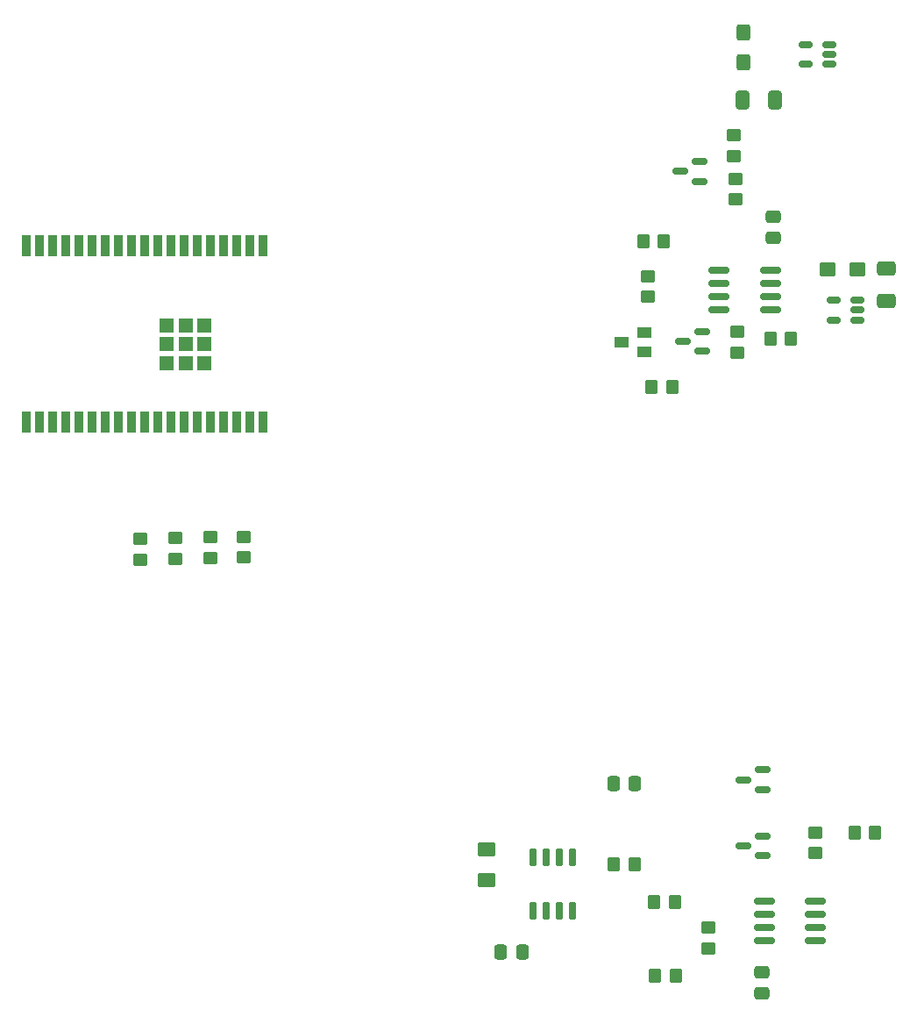
<source format=gbr>
%TF.GenerationSoftware,KiCad,Pcbnew,7.0.9*%
%TF.CreationDate,2023-11-16T02:53:52-05:00*%
%TF.ProjectId,SmartbikeALL,536d6172-7462-4696-9b65-414c4c2e6b69,rev?*%
%TF.SameCoordinates,Original*%
%TF.FileFunction,Paste,Bot*%
%TF.FilePolarity,Positive*%
%FSLAX46Y46*%
G04 Gerber Fmt 4.6, Leading zero omitted, Abs format (unit mm)*
G04 Created by KiCad (PCBNEW 7.0.9) date 2023-11-16 02:53:52*
%MOMM*%
%LPD*%
G01*
G04 APERTURE LIST*
G04 Aperture macros list*
%AMRoundRect*
0 Rectangle with rounded corners*
0 $1 Rounding radius*
0 $2 $3 $4 $5 $6 $7 $8 $9 X,Y pos of 4 corners*
0 Add a 4 corners polygon primitive as box body*
4,1,4,$2,$3,$4,$5,$6,$7,$8,$9,$2,$3,0*
0 Add four circle primitives for the rounded corners*
1,1,$1+$1,$2,$3*
1,1,$1+$1,$4,$5*
1,1,$1+$1,$6,$7*
1,1,$1+$1,$8,$9*
0 Add four rect primitives between the rounded corners*
20,1,$1+$1,$2,$3,$4,$5,0*
20,1,$1+$1,$4,$5,$6,$7,0*
20,1,$1+$1,$6,$7,$8,$9,0*
20,1,$1+$1,$8,$9,$2,$3,0*%
G04 Aperture macros list end*
%ADD10RoundRect,0.150000X0.587500X0.150000X-0.587500X0.150000X-0.587500X-0.150000X0.587500X-0.150000X0*%
%ADD11RoundRect,0.250000X-0.425000X0.537500X-0.425000X-0.537500X0.425000X-0.537500X0.425000X0.537500X0*%
%ADD12RoundRect,0.150000X0.512500X0.150000X-0.512500X0.150000X-0.512500X-0.150000X0.512500X-0.150000X0*%
%ADD13RoundRect,0.150000X-0.150000X0.725000X-0.150000X-0.725000X0.150000X-0.725000X0.150000X0.725000X0*%
%ADD14RoundRect,0.250000X-0.350000X-0.450000X0.350000X-0.450000X0.350000X0.450000X-0.350000X0.450000X0*%
%ADD15RoundRect,0.250000X0.350000X0.450000X-0.350000X0.450000X-0.350000X-0.450000X0.350000X-0.450000X0*%
%ADD16RoundRect,0.250000X0.450000X-0.350000X0.450000X0.350000X-0.450000X0.350000X-0.450000X-0.350000X0*%
%ADD17RoundRect,0.250000X-0.450000X0.350000X-0.450000X-0.350000X0.450000X-0.350000X0.450000X0.350000X0*%
%ADD18RoundRect,0.250000X-0.537500X-0.425000X0.537500X-0.425000X0.537500X0.425000X-0.537500X0.425000X0*%
%ADD19RoundRect,0.250000X-0.475000X0.337500X-0.475000X-0.337500X0.475000X-0.337500X0.475000X0.337500X0*%
%ADD20R,1.400000X1.000000*%
%ADD21RoundRect,0.150000X-0.825000X-0.150000X0.825000X-0.150000X0.825000X0.150000X-0.825000X0.150000X0*%
%ADD22RoundRect,0.250000X-0.337500X-0.475000X0.337500X-0.475000X0.337500X0.475000X-0.337500X0.475000X0*%
%ADD23RoundRect,0.250000X0.412500X0.650000X-0.412500X0.650000X-0.412500X-0.650000X0.412500X-0.650000X0*%
%ADD24R,0.900000X2.000000*%
%ADD25R,1.330000X1.330000*%
%ADD26RoundRect,0.250000X0.337500X0.475000X-0.337500X0.475000X-0.337500X-0.475000X0.337500X-0.475000X0*%
%ADD27RoundRect,0.250001X-0.624999X0.462499X-0.624999X-0.462499X0.624999X-0.462499X0.624999X0.462499X0*%
%ADD28RoundRect,0.150000X0.825000X0.150000X-0.825000X0.150000X-0.825000X-0.150000X0.825000X-0.150000X0*%
%ADD29RoundRect,0.250000X0.650000X-0.412500X0.650000X0.412500X-0.650000X0.412500X-0.650000X-0.412500X0*%
G04 APERTURE END LIST*
D10*
%TO.C,Q4*%
X199873000Y-104430000D03*
X199873000Y-106330000D03*
X197998000Y-105380000D03*
%TD*%
D11*
%TO.C,C5*%
X197997400Y-26883300D03*
X197997400Y-29758300D03*
%TD*%
D12*
%TO.C,U1*%
X206323100Y-28031200D03*
X206323100Y-28981200D03*
X206323100Y-29931200D03*
X204048100Y-29931200D03*
X204048100Y-28031200D03*
%TD*%
D13*
%TO.C,U2*%
X177638000Y-106460000D03*
X178908000Y-106460000D03*
X180178000Y-106460000D03*
X181448000Y-106460000D03*
X181448000Y-111610000D03*
X180178000Y-111610000D03*
X178908000Y-111610000D03*
X177638000Y-111610000D03*
%TD*%
D14*
%TO.C,R6*%
X189388000Y-110770000D03*
X191388000Y-110770000D03*
%TD*%
D15*
%TO.C,R7*%
X190301200Y-47066000D03*
X188301200Y-47066000D03*
%TD*%
D16*
%TO.C,R4*%
X204908000Y-106070000D03*
X204908000Y-104070000D03*
%TD*%
%TO.C,R10*%
X197057600Y-38795000D03*
X197057600Y-36795000D03*
%TD*%
D17*
%TO.C,R7*%
X194588000Y-113270000D03*
X194588000Y-115270000D03*
%TD*%
D18*
%TO.C,C10*%
X206135700Y-49758400D03*
X209010700Y-49758400D03*
%TD*%
D16*
%TO.C,R9*%
X197210000Y-42986000D03*
X197210000Y-40986000D03*
%TD*%
D17*
%TO.C,R7*%
X146476800Y-75580800D03*
X146476800Y-77580800D03*
%TD*%
%TO.C,R8*%
X143124000Y-75682400D03*
X143124000Y-77682400D03*
%TD*%
D14*
%TO.C,R6*%
X189123400Y-61086800D03*
X191123400Y-61086800D03*
%TD*%
D19*
%TO.C,C1*%
X199758000Y-117542500D03*
X199758000Y-119617500D03*
%TD*%
D15*
%TO.C,R5*%
X210718000Y-104070000D03*
X208718000Y-104070000D03*
%TD*%
D20*
%TO.C,Q2*%
X188437200Y-55818800D03*
X188437200Y-57718800D03*
X186237200Y-56768800D03*
%TD*%
D10*
%TO.C,Q3*%
X199828000Y-98040000D03*
X199828000Y-99940000D03*
X197953000Y-98990000D03*
%TD*%
D17*
%TO.C,R9*%
X139720400Y-75733200D03*
X139720400Y-77733200D03*
%TD*%
%TO.C,R5*%
X197438600Y-55768800D03*
X197438600Y-57768800D03*
%TD*%
D21*
%TO.C,U4*%
X195663600Y-53670000D03*
X195663600Y-52400000D03*
X195663600Y-51130000D03*
X195663600Y-49860000D03*
X200613600Y-49860000D03*
X200613600Y-51130000D03*
X200613600Y-52400000D03*
X200613600Y-53670000D03*
%TD*%
D15*
%TO.C,R11*%
X187478000Y-107180000D03*
X185478000Y-107180000D03*
%TD*%
D10*
%TO.C,Q3*%
X193755600Y-39349400D03*
X193755600Y-41249400D03*
X191880600Y-40299400D03*
%TD*%
D22*
%TO.C,C4*%
X185460500Y-99390000D03*
X187535500Y-99390000D03*
%TD*%
D10*
%TO.C,Q1*%
X194058100Y-55742600D03*
X194058100Y-57642600D03*
X192183100Y-56692600D03*
%TD*%
D12*
%TO.C,U3*%
X208964700Y-52720000D03*
X208964700Y-53670000D03*
X208964700Y-54620000D03*
X206689700Y-54620000D03*
X206689700Y-52720000D03*
%TD*%
D17*
%TO.C,R6*%
X149728000Y-75530000D03*
X149728000Y-77530000D03*
%TD*%
D23*
%TO.C,C1*%
X201007700Y-33400800D03*
X197882700Y-33400800D03*
%TD*%
D24*
%TO.C,IC1*%
X151618000Y-64480000D03*
X150348000Y-64480000D03*
X149078000Y-64480000D03*
X147808000Y-64480000D03*
X146538000Y-64480000D03*
X145268000Y-64480000D03*
X143998000Y-64480000D03*
X142728000Y-64480000D03*
X141458000Y-64480000D03*
X140188000Y-64480000D03*
X138918000Y-64480000D03*
X137648000Y-64480000D03*
X136378000Y-64480000D03*
X135108000Y-64480000D03*
X133838000Y-64480000D03*
X132568000Y-64480000D03*
X131298000Y-64480000D03*
X130028000Y-64480000D03*
X128758000Y-64480000D03*
X128758000Y-47480000D03*
X130028000Y-47480000D03*
X131298000Y-47480000D03*
X132568000Y-47480000D03*
X133838000Y-47480000D03*
X135108000Y-47480000D03*
X136378000Y-47480000D03*
X137648000Y-47480000D03*
X138918000Y-47480000D03*
X140188000Y-47480000D03*
X141458000Y-47480000D03*
X142728000Y-47480000D03*
X143998000Y-47480000D03*
X145268000Y-47480000D03*
X146538000Y-47480000D03*
X147808000Y-47480000D03*
X149078000Y-47480000D03*
X150348000Y-47480000D03*
X151618000Y-47480000D03*
D25*
X145953000Y-58815000D03*
X144118000Y-58815000D03*
X142283000Y-58815000D03*
X142283000Y-56980000D03*
X142283000Y-55145000D03*
X144118000Y-55145000D03*
X145953000Y-55145000D03*
X145953000Y-56980000D03*
X144118000Y-56980000D03*
%TD*%
D15*
%TO.C,R4*%
X202578800Y-56413200D03*
X200578800Y-56413200D03*
%TD*%
D14*
%TO.C,R13*%
X189438000Y-117920000D03*
X191438000Y-117920000D03*
%TD*%
D26*
%TO.C,C3*%
X176638000Y-115650000D03*
X174563000Y-115650000D03*
%TD*%
D27*
%TO.C,D2*%
X173168000Y-105692500D03*
X173168000Y-108667500D03*
%TD*%
D28*
%TO.C,U1*%
X204968000Y-110710000D03*
X204968000Y-111980000D03*
X204968000Y-113250000D03*
X204968000Y-114520000D03*
X200018000Y-114520000D03*
X200018000Y-113250000D03*
X200018000Y-111980000D03*
X200018000Y-110710000D03*
%TD*%
D29*
%TO.C,C6*%
X211789600Y-52768700D03*
X211789600Y-49643700D03*
%TD*%
D17*
%TO.C,R8*%
X188726400Y-50384000D03*
X188726400Y-52384000D03*
%TD*%
D19*
%TO.C,C11*%
X200867600Y-44656900D03*
X200867600Y-46731900D03*
%TD*%
M02*

</source>
